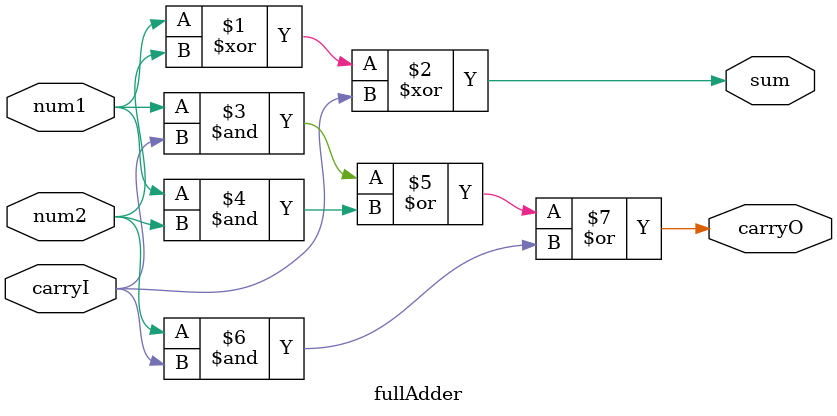
<source format=v>

module halfAdder(
  num1,
  num2,
  sum,
  carry
  );
  input num1;
  input num2;
  output sum;
  output carry;
  
  assign sum = num1 ^ num2; // operasi XOR
  assign carry = num1 & num2; // operasi AND

endmodule


// module fullAdder

module fullAdder(
  num1,
  num2,
  carryI,
  sum,
  carryO
  );
  input num1;
  input num2;
  input carryI;
  output sum;
  output carryO;
  
  assign sum = (num1 ^ num2) ^ carryI;
  assign carryO = (num1 & carryI) | (num1 & num2) | (num2 & carryI);

endmodule
</source>
